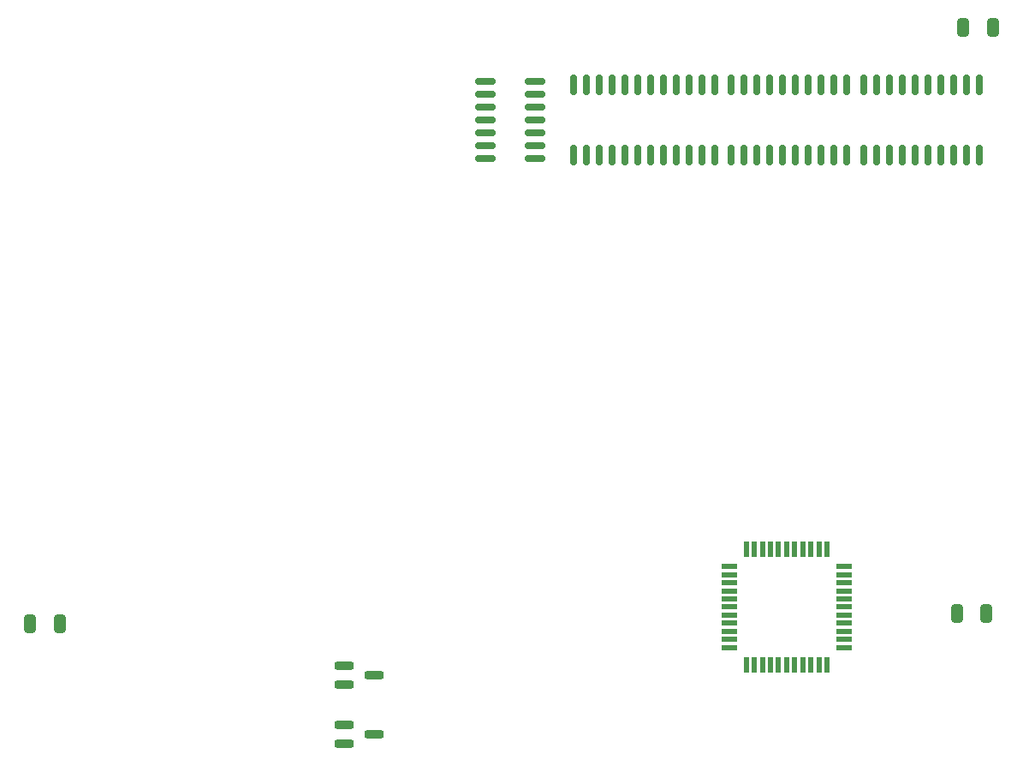
<source format=gbr>
%TF.GenerationSoftware,KiCad,Pcbnew,8.0.5-8.0.5-0~ubuntu22.04.1*%
%TF.CreationDate,2024-10-05T19:46:27+02:00*%
%TF.ProjectId,6502_6800_CPU,36353032-5f36-4383-9030-5f4350552e6b,rev?*%
%TF.SameCoordinates,Original*%
%TF.FileFunction,Paste,Top*%
%TF.FilePolarity,Positive*%
%FSLAX46Y46*%
G04 Gerber Fmt 4.6, Leading zero omitted, Abs format (unit mm)*
G04 Created by KiCad (PCBNEW 8.0.5-8.0.5-0~ubuntu22.04.1) date 2024-10-05 19:46:27*
%MOMM*%
%LPD*%
G01*
G04 APERTURE LIST*
G04 Aperture macros list*
%AMRoundRect*
0 Rectangle with rounded corners*
0 $1 Rounding radius*
0 $2 $3 $4 $5 $6 $7 $8 $9 X,Y pos of 4 corners*
0 Add a 4 corners polygon primitive as box body*
4,1,4,$2,$3,$4,$5,$6,$7,$8,$9,$2,$3,0*
0 Add four circle primitives for the rounded corners*
1,1,$1+$1,$2,$3*
1,1,$1+$1,$4,$5*
1,1,$1+$1,$6,$7*
1,1,$1+$1,$8,$9*
0 Add four rect primitives between the rounded corners*
20,1,$1+$1,$2,$3,$4,$5,0*
20,1,$1+$1,$4,$5,$6,$7,0*
20,1,$1+$1,$6,$7,$8,$9,0*
20,1,$1+$1,$8,$9,$2,$3,0*%
G04 Aperture macros list end*
%ADD10RoundRect,0.200000X-0.750000X-0.200000X0.750000X-0.200000X0.750000X0.200000X-0.750000X0.200000X0*%
%ADD11RoundRect,0.150000X-0.150000X0.837500X-0.150000X-0.837500X0.150000X-0.837500X0.150000X0.837500X0*%
%ADD12RoundRect,0.150000X0.150000X-0.837500X0.150000X0.837500X-0.150000X0.837500X-0.150000X-0.837500X0*%
%ADD13RoundRect,0.250000X-0.325000X-0.650000X0.325000X-0.650000X0.325000X0.650000X-0.325000X0.650000X0*%
%ADD14RoundRect,0.150000X-0.825000X-0.150000X0.825000X-0.150000X0.825000X0.150000X-0.825000X0.150000X0*%
%ADD15R,0.550000X1.500000*%
%ADD16R,1.500000X0.550000*%
G04 APERTURE END LIST*
D10*
%TO.C,D2*%
X83844000Y-126558000D03*
X83844000Y-128458000D03*
X86844000Y-127508000D03*
%TD*%
%TO.C,D1*%
X83844000Y-132400000D03*
X83844000Y-134300000D03*
X86844000Y-133350000D03*
%TD*%
D11*
%TO.C,U2*%
X120523000Y-69215000D03*
X119253000Y-69215000D03*
X117983000Y-69215000D03*
X116713000Y-69215000D03*
X115443000Y-69215000D03*
X114173000Y-69215000D03*
X112903000Y-69215000D03*
X111633000Y-69215000D03*
X110363000Y-69215000D03*
X109093000Y-69215000D03*
X107823000Y-69215000D03*
X106553000Y-69215000D03*
X106553000Y-76140000D03*
X107823000Y-76140000D03*
X109093000Y-76140000D03*
X110363000Y-76140000D03*
X111633000Y-76140000D03*
X112903000Y-76140000D03*
X114173000Y-76140000D03*
X115443000Y-76140000D03*
X116713000Y-76140000D03*
X117983000Y-76140000D03*
X119253000Y-76140000D03*
X120523000Y-76140000D03*
%TD*%
D12*
%TO.C,U4*%
X135255000Y-76106500D03*
X136525000Y-76106500D03*
X137795000Y-76106500D03*
X139065000Y-76106500D03*
X140335000Y-76106500D03*
X141605000Y-76106500D03*
X142875000Y-76106500D03*
X144145000Y-76106500D03*
X145415000Y-76106500D03*
X146685000Y-76106500D03*
X146685000Y-69181500D03*
X145415000Y-69181500D03*
X144145000Y-69181500D03*
X142875000Y-69181500D03*
X141605000Y-69181500D03*
X140335000Y-69181500D03*
X139065000Y-69181500D03*
X137795000Y-69181500D03*
X136525000Y-69181500D03*
X135255000Y-69181500D03*
%TD*%
D13*
%TO.C,C3*%
X145083000Y-63500000D03*
X148033000Y-63500000D03*
%TD*%
D14*
%TO.C,U5*%
X97834001Y-68834000D03*
X97834001Y-70104000D03*
X97834001Y-71374000D03*
X97834001Y-72644000D03*
X97834001Y-73914000D03*
X97834001Y-75184000D03*
X97834001Y-76454000D03*
X102784001Y-76454000D03*
X102784001Y-75184000D03*
X102784001Y-73914000D03*
X102784001Y-72644000D03*
X102784001Y-71374000D03*
X102784001Y-70104000D03*
X102784001Y-68834000D03*
%TD*%
D13*
%TO.C,C8*%
X144471600Y-121462800D03*
X147421600Y-121462800D03*
%TD*%
D15*
%TO.C,U9*%
X123650000Y-126490000D03*
X124450000Y-126490000D03*
X125250000Y-126490000D03*
X126050000Y-126490000D03*
X126850000Y-126490000D03*
X127650000Y-126490000D03*
X128450000Y-126490000D03*
X129250000Y-126490000D03*
X130050000Y-126490000D03*
X130850000Y-126490000D03*
X131650000Y-126490000D03*
D16*
X133350000Y-124790000D03*
X133350000Y-123990000D03*
X133350000Y-123190000D03*
X133350000Y-122390000D03*
X133350000Y-121590000D03*
X133350000Y-120790000D03*
X133350000Y-119990000D03*
X133350000Y-119190000D03*
X133350000Y-118390000D03*
X133350000Y-117590000D03*
X133350000Y-116790000D03*
D15*
X131650000Y-115090000D03*
X130850000Y-115090000D03*
X130050000Y-115090000D03*
X129250000Y-115090000D03*
X128450000Y-115090000D03*
X127650000Y-115090000D03*
X126850000Y-115090000D03*
X126050000Y-115090000D03*
X125250000Y-115090000D03*
X124450000Y-115090000D03*
X123650000Y-115090000D03*
D16*
X121950000Y-116790000D03*
X121950000Y-117590000D03*
X121950000Y-118390000D03*
X121950000Y-119190000D03*
X121950000Y-119990000D03*
X121950000Y-120790000D03*
X121950000Y-121590000D03*
X121950000Y-122390000D03*
X121950000Y-123190000D03*
X121950000Y-123990000D03*
X121950000Y-124790000D03*
%TD*%
D12*
%TO.C,U3*%
X122174000Y-76106500D03*
X123444000Y-76106500D03*
X124714000Y-76106500D03*
X125984000Y-76106500D03*
X127254000Y-76106500D03*
X128524000Y-76106500D03*
X129794000Y-76106500D03*
X131064000Y-76106500D03*
X132334000Y-76106500D03*
X133604000Y-76106500D03*
X133604000Y-69181500D03*
X132334000Y-69181500D03*
X131064000Y-69181500D03*
X129794000Y-69181500D03*
X128524000Y-69181500D03*
X127254000Y-69181500D03*
X125984000Y-69181500D03*
X124714000Y-69181500D03*
X123444000Y-69181500D03*
X122174000Y-69181500D03*
%TD*%
D13*
%TO.C,C7*%
X52832000Y-122428000D03*
X55782000Y-122428000D03*
%TD*%
M02*

</source>
